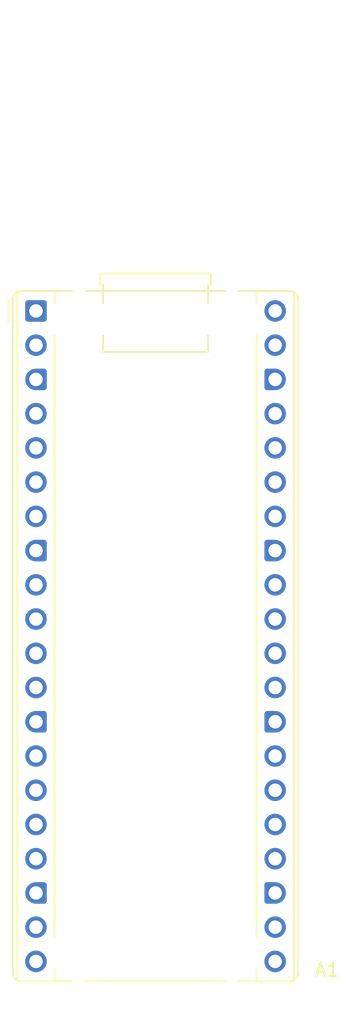
<source format=kicad_pcb>
(kicad_pcb (version 20241229) (generator "pcbnew") (generator_version "9.0")
  (layers (0 "F.Cu" signal) (2 "B.Cu" signal) (13 "F.Paste" user) (15 "B.Paste" user) (5 "F.SilkS" user "F.Silkscreen") (7 "B.SilkS" user "B.Silkscreen") (1 "F.Mask" user) (3 "B.Mask" user) (25 "Edge.Cuts" user))
  (net 0 "")
  (net 7 "Net-(A1-GND-Pad13)")
  (footprint "Module:RaspberryPi_Pico_Common_THT" (layer "F.Cu") (at 74.72 43.24)
    (property "Reference" "A1" (at 20.6375 48.895 0) (layer "F.SilkS") (effects (justify left)))
    (property "Value" "RaspberryPi_Pico")
    (fp_line (start -2.04 0.8) (end -2.04 -0.8) (stroke (width 0.12)) (layer "F.SilkS"))
    (fp_line (start -1.72 -0.87) (end -1.72 49.13) (stroke (width 0.12)) (layer "F.SilkS"))
    (fp_line (start -1.38 -1.417) (end -1.38 49.677) (stroke (width 0.12)) (layer "F.SilkS"))
    (fp_line (start -1.11 -1.48) (end 1.38 -1.48) (stroke (width 0.12)) (layer "F.SilkS"))
    (fp_line (start -1.11 49.74) (end 2.727939 49.74) (stroke (width 0.12)) (layer "F.SilkS"))
    (fp_line (start 1.38 -1.48) (end 1.38 -0.56648) (stroke (width 0.12)) (layer "F.SilkS"))
    (fp_line (start 1.38 -1.48) (end 2.72794 -1.48) (stroke (width 0.12)) (layer "F.SilkS"))
    (fp_line (start 1.38 1.82648) (end 1.38 46.43352) (stroke (width 0.12)) (layer "F.SilkS"))
    (fp_line (start 1.38 48.82648) (end 1.38 49.74) (stroke (width 0.12)) (layer "F.SilkS"))
    (fp_line (start 3.652061 -1.48) (end 4.655 -1.48) (stroke (width 0.12)) (layer "F.SilkS"))
    (fp_line (start 4.655 -1.48) (end 13.125 -1.48) (stroke (width 0.12)) (layer "F.SilkS"))
    (fp_line (start 4.78 -2.78) (end 4.78 -1.96) (stroke (width 0.12)) (layer "F.SilkS"))
    (fp_line (start 4.78 -2.78) (end 13 -2.78) (stroke (width 0.12)) (layer "F.SilkS"))
    (fp_line (start 4.78 -1.96) (end 4.99 -1.96) (stroke (width 0.12)) (layer "F.SilkS"))
    (fp_line (start 4.99 -1.96) (end 4.99 -0.564) (stroke (width 0.12)) (layer "F.SilkS"))
    (fp_line (start 4.99 1.824) (end 4.99 3.04) (stroke (width 0.12)) (layer "F.SilkS"))
    (fp_line (start 5.29 49.74) (end 3.652061 49.74) (stroke (width 0.12)) (layer "F.SilkS"))
    (fp_line (start 12.49 49.74) (end 5.29 49.74) (stroke (width 0.12)) (layer "F.SilkS"))
    (fp_line (start 12.79 -1.96) (end 12.79 -0.564) (stroke (width 0.12)) (layer "F.SilkS"))
    (fp_line (start 12.79 1.824) (end 12.79 3.04) (stroke (width 0.12)) (layer "F.SilkS"))
    (fp_line (start 12.79 3.04) (end 4.99 3.04) (stroke (width 0.12)) (layer "F.SilkS"))
    (fp_line (start 13 -2.78) (end 13 -1.96) (stroke (width 0.12)) (layer "F.SilkS"))
    (fp_line (start 13 -1.96) (end 12.79 -1.96) (stroke (width 0.12)) (layer "F.SilkS"))
    (fp_line (start 13.125 -1.48) (end 14.127939 -1.48) (stroke (width 0.12)) (layer "F.SilkS"))
    (fp_line (start 14.127939 49.74) (end 12.49 49.74) (stroke (width 0.12)) (layer "F.SilkS"))
    (fp_line (start 15.052061 -1.48) (end 16.4 -1.48) (stroke (width 0.12)) (layer "F.SilkS"))
    (fp_line (start 15.052061 49.74) (end 18.89 49.74) (stroke (width 0.12)) (layer "F.SilkS"))
    (fp_line (start 16.4 -1.48) (end 16.4 -0.56648) (stroke (width 0.12)) (layer "F.SilkS"))
    (fp_line (start 16.4 1.82648) (end 16.4 46.43352) (stroke (width 0.12)) (layer "F.SilkS"))
    (fp_line (start 16.4 48.82648) (end 16.4 49.74) (stroke (width 0.12)) (layer "F.SilkS"))
    (fp_line (start 18.89 -1.48) (end 16.4 -1.48) (stroke (width 0.12)) (layer "F.SilkS"))
    (fp_line (start 19.16 49.677) (end 19.16 -1.417) (stroke (width 0.12)) (layer "F.SilkS"))
    (fp_line (start 19.5 -0.87) (end 19.5 49.13) (stroke (width 0.12)) (layer "F.SilkS"))
    (fp_arc (start -1.72 -0.87) (mid -1.541335 -1.301335) (end -1.11 -1.48) (stroke (width 0.12)) (layer "F.SilkS"))
    (fp_arc (start -1.11 49.74) (mid -1.541364 49.561364) (end -1.72 49.13) (stroke (width 0.12)) (layer "F.SilkS"))
    (fp_arc (start 18.89 -1.48) (mid 19.321335 -1.301335) (end 19.5 -0.87) (stroke (width 0.12)) (layer "F.SilkS"))
    (fp_arc (start 19.5 49.13) (mid 19.321335 49.561335) (end 18.89 49.74) (stroke (width 0.12)) (layer "F.SilkS"))
    (pad "1" thru_hole roundrect (at 0 0) (size 1.6 1.6) (drill 1) (layers "*.Cu" "*.Mask") (roundrect_rratio 0.125))
    (pad "2" thru_hole circle (at 0 2.54) (size 1.6 1.6) (drill 1) (layers "*.Cu" "*.Mask"))
    (pad "3" thru_hole custom (at 0 5.08) (size 1.6 1.6) (drill 1) (layers "*.Cu" "*.Mask") (net 7 "Net-(A1-GND-Pad13)") (options (clearance outline) (anchor circle)) (primitives (gr_poly (pts (xy 0.8 0.6) (xy 0.8 -0.6) (xy 0.6 -0.8) (xy 0 -0.8) (xy 0 0.8) (xy 0.6 0.8)) (width 0) (fill yes)) (gr_circle (center 0.6 0.6) (end 0.8 0.6) (width 0) (fill yes)) (gr_circle (center 0.6 -0.6) (end 0.8 -0.6) (width 0) (fill yes))))
    (pad "4" thru_hole circle (at 0 7.62) (size 1.6 1.6) (drill 1) (layers "*.Cu" "*.Mask"))
    (pad "5" thru_hole circle (at 0 10.16) (size 1.6 1.6) (drill 1) (layers "*.Cu" "*.Mask"))
    (pad "6" thru_hole circle (at 0 12.7) (size 1.6 1.6) (drill 1) (layers "*.Cu" "*.Mask"))
    (pad "7" thru_hole circle (at 0 15.24) (size 1.6 1.6) (drill 1) (layers "*.Cu" "*.Mask"))
    (pad "8" thru_hole custom (at 0 17.78) (size 1.6 1.6) (drill 1) (layers "*.Cu" "*.Mask") (net 7 "Net-(A1-GND-Pad13)") (options (clearance outline) (anchor circle)) (primitives (gr_poly (pts (xy 0.8 0.6) (xy 0.8 -0.6) (xy 0.6 -0.8) (xy 0 -0.8) (xy 0 0.8) (xy 0.6 0.8)) (width 0) (fill yes)) (gr_circle (center 0.6 0.6) (end 0.8 0.6) (width 0) (fill yes)) (gr_circle (center 0.6 -0.6) (end 0.8 -0.6) (width 0) (fill yes))))
    (pad "9" thru_hole circle (at 0 20.32) (size 1.6 1.6) (drill 1) (layers "*.Cu" "*.Mask"))
    (pad "10" thru_hole circle (at 0 22.86) (size 1.6 1.6) (drill 1) (layers "*.Cu" "*.Mask"))
    (pad "11" thru_hole circle (at 0 25.4) (size 1.6 1.6) (drill 1) (layers "*.Cu" "*.Mask"))
    (pad "12" thru_hole circle (at 0 27.94) (size 1.6 1.6) (drill 1) (layers "*.Cu" "*.Mask"))
    (pad "13" thru_hole custom (at 0 30.48) (size 1.6 1.6) (drill 1) (layers "*.Cu" "*.Mask") (net 7 "Net-(A1-GND-Pad13)") (options (clearance outline) (anchor circle)) (primitives (gr_poly (pts (xy 0.8 0.6) (xy 0.8 -0.6) (xy 0.6 -0.8) (xy 0 -0.8) (xy 0 0.8) (xy 0.6 0.8)) (width 0) (fill yes)) (gr_circle (center 0.6 0.6) (end 0.8 0.6) (width 0) (fill yes)) (gr_circle (center 0.6 -0.6) (end 0.8 -0.6) (width 0) (fill yes))))
    (pad "14" thru_hole circle (at 0 33.02) (size 1.6 1.6) (drill 1) (layers "*.Cu" "*.Mask"))
    (pad "15" thru_hole circle (at 0 35.56) (size 1.6 1.6) (drill 1) (layers "*.Cu" "*.Mask"))
    (pad "16" thru_hole circle (at 0 38.1) (size 1.6 1.6) (drill 1) (layers "*.Cu" "*.Mask"))
    (pad "17" thru_hole circle (at 0 40.64) (size 1.6 1.6) (drill 1) (layers "*.Cu" "*.Mask"))
    (pad "18" thru_hole custom (at 0 43.18) (size 1.6 1.6) (drill 1) (layers "*.Cu" "*.Mask") (net 7 "Net-(A1-GND-Pad13)") (options (clearance outline) (anchor circle)) (primitives (gr_poly (pts (xy 0.8 0.6) (xy 0.8 -0.6) (xy 0.6 -0.8) (xy 0 -0.8) (xy 0 0.8) (xy 0.6 0.8)) (width 0) (fill yes)) (gr_circle (center 0.6 0.6) (end 0.8 0.6) (width 0) (fill yes)) (gr_circle (center 0.6 -0.6) (end 0.8 -0.6) (width 0) (fill yes))))
    (pad "19" thru_hole circle (at 0 45.72) (size 1.6 1.6) (drill 1) (layers "*.Cu" "*.Mask"))
    (pad "20" thru_hole circle (at 0 48.26) (size 1.6 1.6) (drill 1) (layers "*.Cu" "*.Mask"))
    (pad "21" thru_hole circle (at 17.78 48.26) (size 1.6 1.6) (drill 1) (layers "*.Cu" "*.Mask"))
    (pad "22" thru_hole circle (at 17.78 45.72) (size 1.6 1.6) (drill 1) (layers "*.Cu" "*.Mask"))
    (pad "23" thru_hole custom (at 17.78 43.18) (size 1.6 1.6) (drill 1) (layers "*.Cu" "*.Mask") (net 7 "Net-(A1-GND-Pad13)") (options (clearance outline) (anchor circle)) (primitives (gr_poly (pts (xy -0.8 0.6) (xy -0.8 -0.6) (xy -0.6 -0.8) (xy 0 -0.8) (xy 0 0.8) (xy -0.6 0.8)) (width 0) (fill yes)) (gr_circle (center -0.6 0.6) (end -0.4 0.6) (width 0) (fill yes)) (gr_circle (center -0.6 -0.6) (end -0.4 -0.6) (width 0) (fill yes))))
    (pad "24" thru_hole circle (at 17.78 40.64) (size 1.6 1.6) (drill 1) (layers "*.Cu" "*.Mask"))
    (pad "25" thru_hole circle (at 17.78 38.1) (size 1.6 1.6) (drill 1) (layers "*.Cu" "*.Mask"))
    (pad "26" thru_hole circle (at 17.78 35.56) (size 1.6 1.6) (drill 1) (layers "*.Cu" "*.Mask"))
    (pad "27" thru_hole circle (at 17.78 33.02) (size 1.6 1.6) (drill 1) (layers "*.Cu" "*.Mask"))
    (pad "28" thru_hole custom (at 17.78 30.48) (size 1.6 1.6) (drill 1) (layers "*.Cu" "*.Mask") (net 7 "Net-(A1-GND-Pad13)") (options (clearance outline) (anchor circle)) (primitives (gr_poly (pts (xy -0.8 0.6) (xy -0.8 -0.6) (xy -0.6 -0.8) (xy 0 -0.8) (xy 0 0.8) (xy -0.6 0.8)) (width 0) (fill yes)) (gr_circle (center -0.6 0.6) (end -0.4 0.6) (width 0) (fill yes)) (gr_circle (center -0.6 -0.6) (end -0.4 -0.6) (width 0) (fill yes))))
    (pad "29" thru_hole circle (at 17.78 27.94) (size 1.6 1.6) (drill 1) (layers "*.Cu" "*.Mask"))
    (pad "30" thru_hole circle (at 17.78 25.4) (size 1.6 1.6) (drill 1) (layers "*.Cu" "*.Mask"))
    (pad "31" thru_hole circle (at 17.78 22.86) (size 1.6 1.6) (drill 1) (layers "*.Cu" "*.Mask"))
    (pad "32" thru_hole circle (at 17.78 20.32) (size 1.6 1.6) (drill 1) (layers "*.Cu" "*.Mask"))
    (pad "33" thru_hole custom (at 17.78 17.78) (size 1.6 1.6) (drill 1) (layers "*.Cu" "*.Mask") (options (clearance outline) (anchor circle)) (primitives (gr_poly (pts (xy -0.8 0.6) (xy -0.8 -0.6) (xy -0.6 -0.8) (xy 0 -0.8) (xy 0 0.8) (xy -0.6 0.8)) (width 0) (fill yes)) (gr_circle (center -0.6 0.6) (end -0.4 0.6) (width 0) (fill yes)) (gr_circle (center -0.6 -0.6) (end -0.4 -0.6) (width 0) (fill yes))))
    (pad "34" thru_hole circle (at 17.78 15.24) (size 1.6 1.6) (drill 1) (layers "*.Cu" "*.Mask"))
    (pad "35" thru_hole circle (at 17.78 12.7) (size 1.6 1.6) (drill 1) (layers "*.Cu" "*.Mask"))
    (pad "36" thru_hole circle (at 17.78 10.16) (size 1.6 1.6) (drill 1) (layers "*.Cu" "*.Mask"))
    (pad "37" thru_hole circle (at 17.78 7.62) (size 1.6 1.6) (drill 1) (layers "*.Cu" "*.Mask"))
    (pad "38" thru_hole custom (at 17.78 5.08) (size 1.6 1.6) (drill 1) (layers "*.Cu" "*.Mask") (net 7 "Net-(A1-GND-Pad13)") (options (clearance outline) (anchor circle)) (primitives (gr_poly (pts (xy -0.8 0.6) (xy -0.8 -0.6) (xy -0.6 -0.8) (xy 0 -0.8) (xy 0 0.8) (xy -0.6 0.8)) (width 0) (fill yes)) (gr_circle (center -0.6 0.6) (end -0.4 0.6) (width 0) (fill yes)) (gr_circle (center -0.6 -0.6) (end -0.4 -0.6) (width 0) (fill yes))))
    (pad "39" thru_hole circle (at 17.78 2.54) (size 1.6 1.6) (drill 1) (layers "*.Cu" "*.Mask"))
    (pad "40" thru_hole circle (at 17.78 0) (size 1.6 1.6) (drill 1) (layers "*.Cu" "*.Mask"))
  )
)
</source>
